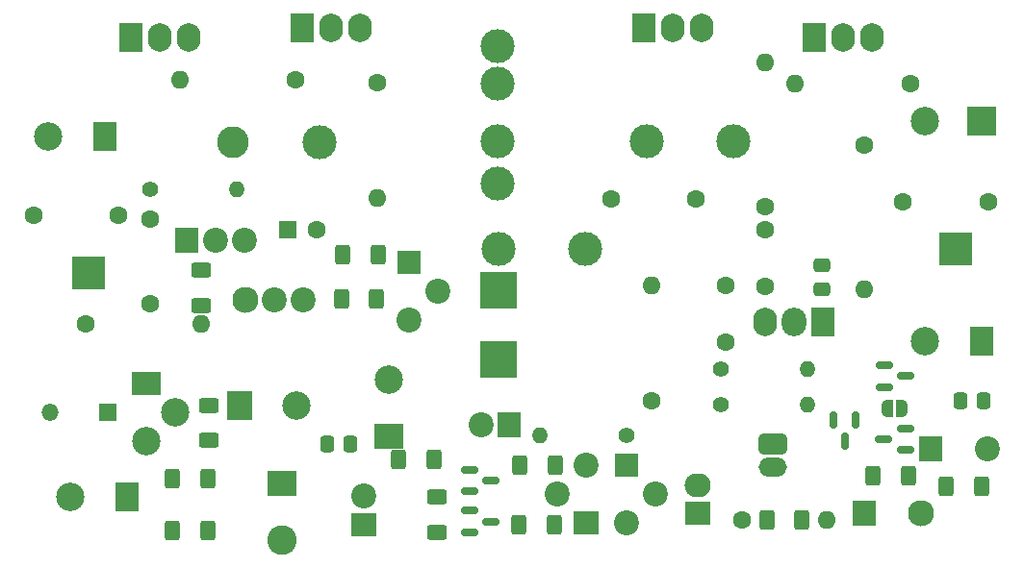
<source format=gbr>
%TF.GenerationSoftware,KiCad,Pcbnew,7.0.9*%
%TF.CreationDate,2023-11-26T22:18:52+01:00*%
%TF.ProjectId,Wzmacniacz_PW3017_modyfikacja,577a6d61-636e-4696-9163-7a5f50573330,rev?*%
%TF.SameCoordinates,Original*%
%TF.FileFunction,Soldermask,Bot*%
%TF.FilePolarity,Negative*%
%FSLAX46Y46*%
G04 Gerber Fmt 4.6, Leading zero omitted, Abs format (unit mm)*
G04 Created by KiCad (PCBNEW 7.0.9) date 2023-11-26 22:18:52*
%MOMM*%
%LPD*%
G01*
G04 APERTURE LIST*
G04 Aperture macros list*
%AMRoundRect*
0 Rectangle with rounded corners*
0 $1 Rounding radius*
0 $2 $3 $4 $5 $6 $7 $8 $9 X,Y pos of 4 corners*
0 Add a 4 corners polygon primitive as box body*
4,1,4,$2,$3,$4,$5,$6,$7,$8,$9,$2,$3,0*
0 Add four circle primitives for the rounded corners*
1,1,$1+$1,$2,$3*
1,1,$1+$1,$4,$5*
1,1,$1+$1,$6,$7*
1,1,$1+$1,$8,$9*
0 Add four rect primitives between the rounded corners*
20,1,$1+$1,$2,$3,$4,$5,0*
20,1,$1+$1,$4,$5,$6,$7,0*
20,1,$1+$1,$6,$7,$8,$9,0*
20,1,$1+$1,$8,$9,$2,$3,0*%
%AMFreePoly0*
4,1,19,0.500000,-0.750000,0.000000,-0.750000,0.000000,-0.744911,-0.071157,-0.744911,-0.207708,-0.704816,-0.327430,-0.627875,-0.420627,-0.520320,-0.479746,-0.390866,-0.500000,-0.250000,-0.500000,0.250000,-0.479746,0.390866,-0.420627,0.520320,-0.327430,0.627875,-0.207708,0.704816,-0.071157,0.744911,0.000000,0.744911,0.000000,0.750000,0.500000,0.750000,0.500000,-0.750000,0.500000,-0.750000,
$1*%
%AMFreePoly1*
4,1,19,0.000000,0.744911,0.071157,0.744911,0.207708,0.704816,0.327430,0.627875,0.420627,0.520320,0.479746,0.390866,0.500000,0.250000,0.500000,-0.250000,0.479746,-0.390866,0.420627,-0.520320,0.327430,-0.627875,0.207708,-0.704816,0.071157,-0.744911,0.000000,-0.744911,0.000000,-0.750000,-0.500000,-0.750000,-0.500000,0.750000,0.000000,0.750000,0.000000,0.744911,0.000000,0.744911,
$1*%
G04 Aperture macros list end*
%ADD10R,2.000000X2.300000*%
%ADD11C,2.200000*%
%ADD12C,3.000000*%
%ADD13C,1.600000*%
%ADD14O,1.600000X1.600000*%
%ADD15R,3.200000X3.200000*%
%ADD16R,2.100000X2.500000*%
%ADD17O,2.100000X2.500000*%
%ADD18R,2.500000X2.200000*%
%ADD19C,2.500000*%
%ADD20C,2.300000*%
%ADD21C,2.800000*%
%ADD22R,3.000000X3.000000*%
%ADD23O,2.200000X2.500000*%
%ADD24R,2.000000X2.000000*%
%ADD25R,2.300000X2.000000*%
%ADD26R,2.000000X2.500000*%
%ADD27R,2.500000X2.500000*%
%ADD28C,1.400000*%
%ADD29O,1.400000X1.400000*%
%ADD30R,1.500000X1.500000*%
%ADD31O,1.500000X1.500000*%
%ADD32C,2.600000*%
%ADD33R,2.500000X2.000000*%
%ADD34R,2.300000X2.100000*%
%ADD35O,2.300000X2.100000*%
%ADD36R,2.200000X2.500000*%
%ADD37R,1.600000X1.600000*%
%ADD38R,2.100000X2.300000*%
%ADD39RoundRect,0.374999X-0.875001X0.525001X-0.875001X-0.525001X0.875001X-0.525001X0.875001X0.525001X0*%
%ADD40O,2.500000X1.700000*%
%ADD41RoundRect,0.250000X-0.400000X-0.625000X0.400000X-0.625000X0.400000X0.625000X-0.400000X0.625000X0*%
%ADD42RoundRect,0.250000X-0.625000X0.400000X-0.625000X-0.400000X0.625000X-0.400000X0.625000X0.400000X0*%
%ADD43RoundRect,0.250000X-0.475000X0.337500X-0.475000X-0.337500X0.475000X-0.337500X0.475000X0.337500X0*%
%ADD44RoundRect,0.250000X0.400000X0.625000X-0.400000X0.625000X-0.400000X-0.625000X0.400000X-0.625000X0*%
%ADD45RoundRect,0.150000X-0.150000X0.587500X-0.150000X-0.587500X0.150000X-0.587500X0.150000X0.587500X0*%
%ADD46RoundRect,0.150000X-0.587500X-0.150000X0.587500X-0.150000X0.587500X0.150000X-0.587500X0.150000X0*%
%ADD47RoundRect,0.250000X0.625000X-0.400000X0.625000X0.400000X-0.625000X0.400000X-0.625000X-0.400000X0*%
%ADD48RoundRect,0.250000X0.337500X0.475000X-0.337500X0.475000X-0.337500X-0.475000X0.337500X-0.475000X0*%
%ADD49FreePoly0,180.000000*%
%ADD50FreePoly1,180.000000*%
%ADD51RoundRect,0.150000X0.587500X0.150000X-0.587500X0.150000X-0.587500X-0.150000X0.587500X-0.150000X0*%
%ADD52RoundRect,0.250000X-0.337500X-0.475000X0.337500X-0.475000X0.337500X0.475000X-0.337500X0.475000X0*%
G04 APERTURE END LIST*
D10*
%TO.C,C14*%
X164500000Y-107800000D03*
D11*
X162000000Y-107800000D03*
%TD*%
D12*
%TO.C,L1*%
X163500000Y-74430000D03*
X163500000Y-86500000D03*
%TD*%
D13*
%TO.C,R19*%
X152900000Y-77620000D03*
D14*
X152900000Y-87780000D03*
%TD*%
D13*
%TO.C,C6*%
X184950000Y-116200000D03*
D14*
X192450000Y-116200000D03*
%TD*%
D15*
%TO.C,J2*%
X163600000Y-95900000D03*
%TD*%
D16*
%TO.C,Q12*%
X146260000Y-72775000D03*
D17*
X148800000Y-72775000D03*
X151340000Y-72775000D03*
%TD*%
D18*
%TO.C,C2*%
X153900000Y-108767677D03*
D19*
X153900000Y-103767677D03*
%TD*%
D11*
%TO.C,RV1*%
X146400000Y-96800000D03*
X143860000Y-96800000D03*
D20*
X141320000Y-96800000D03*
%TD*%
D16*
%TO.C,C18*%
X128900000Y-82400000D03*
D19*
X123900000Y-82400000D03*
%TD*%
D13*
%TO.C,C15*%
X132900000Y-89650000D03*
X132900000Y-97150000D03*
%TD*%
%TO.C,C17*%
X173450000Y-87900000D03*
X180950000Y-87900000D03*
%TD*%
D12*
%TO.C,R24*%
X147800000Y-82900000D03*
D21*
X140180000Y-82900000D03*
%TD*%
D12*
%TO.C,R25*%
X176590000Y-82800000D03*
X184210000Y-82800000D03*
%TD*%
D22*
%TO.C,J4*%
X203800000Y-92300000D03*
%TD*%
D16*
%TO.C,Q6*%
X192080000Y-98700000D03*
D23*
X189540000Y-98700000D03*
D17*
X187000000Y-98700000D03*
%TD*%
D12*
%TO.C,R28*%
X171200000Y-92300000D03*
X163580000Y-92300000D03*
%TD*%
D13*
%TO.C,R12*%
X187000000Y-88600000D03*
D14*
X187000000Y-75900000D03*
%TD*%
D24*
%TO.C,Q4*%
X174830000Y-111360000D03*
D11*
X177370000Y-113900000D03*
X174830000Y-116440000D03*
%TD*%
D22*
%TO.C,J1*%
X127500000Y-94400000D03*
%TD*%
D10*
%TO.C,Q10*%
X136120000Y-91500000D03*
D11*
X138660000Y-91500000D03*
X141200000Y-91500000D03*
%TD*%
D25*
%TO.C,Q11*%
X171300000Y-116440000D03*
D11*
X168760000Y-113900000D03*
X171300000Y-111360000D03*
%TD*%
D16*
%TO.C,Q13*%
X176360000Y-72800000D03*
D17*
X178900000Y-72800000D03*
X181440000Y-72800000D03*
%TD*%
D26*
%TO.C,C12*%
X206067677Y-100400000D03*
D19*
X201067677Y-100400000D03*
%TD*%
D27*
%TO.C,C19*%
X206100000Y-81000000D03*
D19*
X201100000Y-81000000D03*
%TD*%
D28*
%TO.C,R10*%
X183090000Y-102900000D03*
D29*
X190710000Y-102900000D03*
%TD*%
D13*
%TO.C,C21*%
X206650000Y-88100000D03*
X199150000Y-88100000D03*
%TD*%
D16*
%TO.C,Q14*%
X131260000Y-73645000D03*
D17*
X133800000Y-73645000D03*
X136340000Y-73645000D03*
%TD*%
D30*
%TO.C,D2*%
X129185330Y-106700000D03*
D31*
X124105330Y-106700000D03*
%TD*%
D25*
%TO.C,D1*%
X151700000Y-116575000D03*
D11*
X151700000Y-114035000D03*
%TD*%
D15*
%TO.C,J5*%
X163600000Y-102000000D03*
%TD*%
D28*
%TO.C,R20*%
X132890000Y-87000000D03*
D29*
X140510000Y-87000000D03*
%TD*%
D13*
%TO.C,R6*%
X127220000Y-98900000D03*
D14*
X137380000Y-98900000D03*
%TD*%
D18*
%TO.C,C3*%
X144500000Y-112900000D03*
D32*
X144500000Y-117900000D03*
%TD*%
D24*
%TO.C,Q8*%
X155700000Y-93500000D03*
D11*
X158240000Y-96040000D03*
X155700000Y-98580000D03*
%TD*%
D13*
%TO.C,C7*%
X183500000Y-95500000D03*
X183500000Y-100500000D03*
%TD*%
%TO.C,C20*%
X130150000Y-89300000D03*
X122650000Y-89300000D03*
%TD*%
D16*
%TO.C,C4*%
X130900000Y-114100000D03*
D19*
X125900000Y-114100000D03*
%TD*%
D13*
%TO.C,C8*%
X187000000Y-95600000D03*
X187000000Y-90600000D03*
%TD*%
D33*
%TO.C,Q3*%
X132560000Y-104160000D03*
D19*
X135100000Y-106700000D03*
X132560000Y-109240000D03*
%TD*%
D34*
%TO.C,C5*%
X181100000Y-115600000D03*
D35*
X181100000Y-113100000D03*
%TD*%
D10*
%TO.C,C10*%
X201600000Y-109900000D03*
D11*
X206600000Y-109900000D03*
%TD*%
D36*
%TO.C,C16*%
X140800000Y-106100000D03*
D19*
X145800000Y-106100000D03*
%TD*%
D13*
%TO.C,R18*%
X177000000Y-105650000D03*
D14*
X177000000Y-95490000D03*
%TD*%
D13*
%TO.C,R27*%
X199780000Y-77700000D03*
D14*
X189620000Y-77700000D03*
%TD*%
D37*
%TO.C,C13*%
X145017621Y-90600000D03*
D13*
X147517621Y-90600000D03*
%TD*%
%TO.C,R22*%
X195700000Y-83150000D03*
D14*
X195700000Y-95850000D03*
%TD*%
D28*
%TO.C,R14*%
X183100000Y-106000000D03*
D29*
X190720000Y-106000000D03*
%TD*%
D28*
%TO.C,R17*%
X174800000Y-108700000D03*
D29*
X167180000Y-108700000D03*
%TD*%
D38*
%TO.C,C11*%
X195700000Y-115600000D03*
D20*
X200700000Y-115600000D03*
%TD*%
D16*
%TO.C,Q15*%
X191360000Y-73645000D03*
D17*
X193900000Y-73645000D03*
X196440000Y-73645000D03*
%TD*%
D39*
%TO.C,J3*%
X187700000Y-109500000D03*
D40*
X187700000Y-111500000D03*
%TD*%
D12*
%TO.C,R23*%
X163500000Y-82800000D03*
X163500000Y-77720000D03*
%TD*%
D13*
%TO.C,R26*%
X145680000Y-77400000D03*
D14*
X135520000Y-77400000D03*
%TD*%
D41*
%TO.C,R13*%
X165450000Y-111300000D03*
X168550000Y-111300000D03*
%TD*%
D42*
%TO.C,R2*%
X158100000Y-114150000D03*
X158100000Y-117250000D03*
%TD*%
D43*
%TO.C,C22*%
X192000000Y-93762500D03*
X192000000Y-95837500D03*
%TD*%
D44*
%TO.C,R16*%
X152950000Y-92800000D03*
X149850000Y-92800000D03*
%TD*%
D45*
%TO.C,Q5*%
X193050000Y-107325000D03*
X194950000Y-107325000D03*
X194000000Y-109200000D03*
%TD*%
D41*
%TO.C,R15*%
X196500000Y-112300000D03*
X199600000Y-112300000D03*
%TD*%
D46*
%TO.C,Q2*%
X161025000Y-117250000D03*
X161025000Y-115350000D03*
X162900000Y-116300000D03*
%TD*%
D44*
%TO.C,R4*%
X137950000Y-112500000D03*
X134850000Y-112500000D03*
%TD*%
%TO.C,R3*%
X137950000Y-117100000D03*
X134850000Y-117100000D03*
%TD*%
D41*
%TO.C,R9*%
X165350000Y-116600000D03*
X168450000Y-116600000D03*
%TD*%
%TO.C,R1*%
X154750000Y-110800000D03*
X157850000Y-110800000D03*
%TD*%
D47*
%TO.C,R21*%
X137400000Y-97250000D03*
X137400000Y-94150000D03*
%TD*%
D41*
%TO.C,R11*%
X202950000Y-113200000D03*
X206050000Y-113200000D03*
%TD*%
D42*
%TO.C,R5*%
X138100000Y-106050000D03*
X138100000Y-109150000D03*
%TD*%
D46*
%TO.C,Q1*%
X161025000Y-113650000D03*
X161025000Y-111750000D03*
X162900000Y-112700000D03*
%TD*%
D48*
%TO.C,C1*%
X150537500Y-109500000D03*
X148462500Y-109500000D03*
%TD*%
D46*
%TO.C,Q7*%
X197525000Y-104450000D03*
X197525000Y-102550000D03*
X199400000Y-103500000D03*
%TD*%
D44*
%TO.C,R8*%
X152850000Y-96700000D03*
X149750000Y-96700000D03*
%TD*%
D49*
%TO.C,JP1*%
X199050000Y-106300000D03*
D50*
X197750000Y-106300000D03*
%TD*%
D41*
%TO.C,R7*%
X187150000Y-116200000D03*
X190250000Y-116200000D03*
%TD*%
D51*
%TO.C,Q9*%
X199337500Y-108100000D03*
X199337500Y-110000000D03*
X197462500Y-109050000D03*
%TD*%
D52*
%TO.C,C9*%
X204162500Y-105700000D03*
X206237500Y-105700000D03*
%TD*%
M02*

</source>
